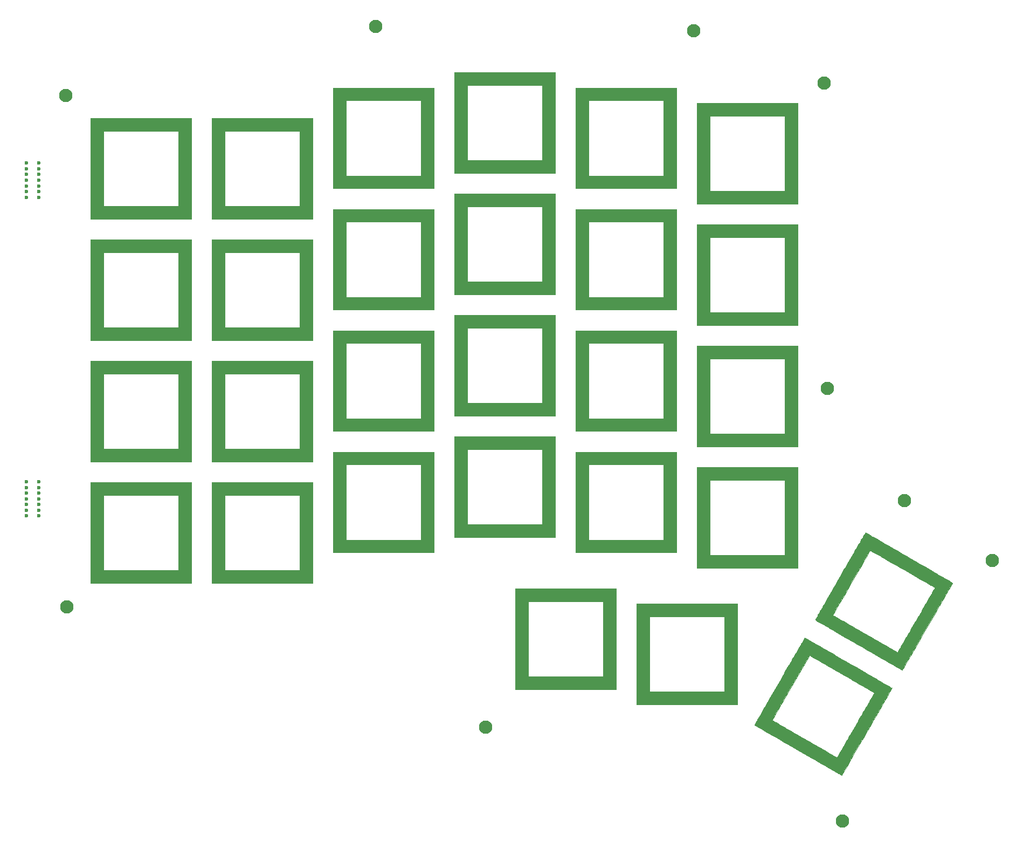
<source format=gts>
G04 #@! TF.GenerationSoftware,KiCad,Pcbnew,(5.1.10)-1*
G04 #@! TF.CreationDate,2021-05-12T20:45:37+09:00*
G04 #@! TF.ProjectId,iris-switch-plate-choc-svg2shenzhen,69726973-2d73-4776-9974-63682d706c61,rev?*
G04 #@! TF.SameCoordinates,Original*
G04 #@! TF.FileFunction,Soldermask,Top*
G04 #@! TF.FilePolarity,Negative*
%FSLAX46Y46*%
G04 Gerber Fmt 4.6, Leading zero omitted, Abs format (unit mm)*
G04 Created by KiCad (PCBNEW (5.1.10)-1) date 2021-05-12 20:45:37*
%MOMM*%
%LPD*%
G01*
G04 APERTURE LIST*
%ADD10C,0.010000*%
%ADD11C,0.600000*%
%ADD12C,2.099730*%
G04 APERTURE END LIST*
D10*
G36*
X179797255Y-125820582D02*
G01*
X179851525Y-125850144D01*
X179939333Y-125899120D01*
X180059129Y-125966616D01*
X180209360Y-126051737D01*
X180388476Y-126153590D01*
X180594925Y-126271279D01*
X180827157Y-126403912D01*
X181083620Y-126550592D01*
X181362762Y-126710426D01*
X181663033Y-126882519D01*
X181982881Y-127065978D01*
X182320755Y-127259908D01*
X182675104Y-127463414D01*
X183044377Y-127675602D01*
X183427022Y-127895578D01*
X183821488Y-128122447D01*
X184226224Y-128355316D01*
X184639679Y-128593289D01*
X185060301Y-128835473D01*
X185486540Y-129080972D01*
X185916843Y-129328894D01*
X186349660Y-129578343D01*
X186783440Y-129828425D01*
X187216631Y-130078245D01*
X187647682Y-130326910D01*
X188075042Y-130573526D01*
X188497160Y-130817196D01*
X188912484Y-131057028D01*
X189319464Y-131292127D01*
X189716547Y-131521599D01*
X190102183Y-131744549D01*
X190474820Y-131960083D01*
X190832908Y-132167307D01*
X191174895Y-132365326D01*
X191499229Y-132553246D01*
X191804360Y-132730173D01*
X192088737Y-132895212D01*
X192350808Y-133047468D01*
X192589021Y-133186049D01*
X192801826Y-133310058D01*
X192987672Y-133418603D01*
X193145007Y-133510788D01*
X193272280Y-133585719D01*
X193367939Y-133642503D01*
X193430434Y-133680243D01*
X193458214Y-133698047D01*
X193459505Y-133699189D01*
X193452145Y-133717809D01*
X193426233Y-133768262D01*
X193381625Y-133850797D01*
X193318180Y-133965662D01*
X193235756Y-134113105D01*
X193134212Y-134293374D01*
X193013405Y-134506717D01*
X192873194Y-134753383D01*
X192713436Y-135033618D01*
X192533990Y-135347672D01*
X192334714Y-135695793D01*
X192115466Y-136078228D01*
X191876103Y-136495225D01*
X191616484Y-136947034D01*
X191336468Y-137433901D01*
X191035912Y-137956075D01*
X190714673Y-138513804D01*
X190372612Y-139107337D01*
X190009584Y-139736920D01*
X189625449Y-140402803D01*
X189545593Y-140541195D01*
X189258227Y-141039145D01*
X188976183Y-141527792D01*
X188700201Y-142005855D01*
X188431020Y-142472056D01*
X188169382Y-142925114D01*
X187916024Y-143363751D01*
X187671689Y-143786687D01*
X187437115Y-144192643D01*
X187213043Y-144580338D01*
X187000213Y-144948495D01*
X186799364Y-145295833D01*
X186611236Y-145621073D01*
X186436571Y-145922936D01*
X186276106Y-146200142D01*
X186130583Y-146451412D01*
X186000742Y-146675466D01*
X185887322Y-146871025D01*
X185791063Y-147036810D01*
X185712706Y-147171541D01*
X185652990Y-147273938D01*
X185612655Y-147342723D01*
X185592442Y-147376616D01*
X185590172Y-147380102D01*
X185578183Y-147376681D01*
X185546136Y-147361480D01*
X185493289Y-147334075D01*
X185418900Y-147294040D01*
X185322227Y-147240952D01*
X185202526Y-147174386D01*
X185059058Y-147093917D01*
X184891078Y-146999122D01*
X184697846Y-146889575D01*
X184478619Y-146764852D01*
X184232654Y-146624529D01*
X183959210Y-146468181D01*
X183657545Y-146295384D01*
X183326917Y-146105714D01*
X182966583Y-145898745D01*
X182575801Y-145674054D01*
X182153829Y-145431216D01*
X181699925Y-145169806D01*
X181213348Y-144889401D01*
X180693354Y-144589575D01*
X180139201Y-144269904D01*
X179550149Y-143929964D01*
X178925453Y-143569331D01*
X178725171Y-143453685D01*
X178093790Y-143089052D01*
X177498327Y-142745054D01*
X176937998Y-142421233D01*
X176412015Y-142117132D01*
X175919594Y-141832291D01*
X175459949Y-141566254D01*
X175032294Y-141318562D01*
X174635844Y-141088757D01*
X174269814Y-140876381D01*
X173933417Y-140680976D01*
X173625868Y-140502084D01*
X173346381Y-140339247D01*
X173094171Y-140192006D01*
X172868453Y-140059904D01*
X172668439Y-139942483D01*
X172493346Y-139839285D01*
X172342388Y-139749851D01*
X172214778Y-139673724D01*
X172109732Y-139610446D01*
X172026463Y-139559558D01*
X171964186Y-139520602D01*
X171922115Y-139493121D01*
X171899466Y-139476656D01*
X171894776Y-139471166D01*
X171906137Y-139450550D01*
X171937764Y-139394857D01*
X171988761Y-139305643D01*
X172058228Y-139184464D01*
X172145268Y-139032876D01*
X172248982Y-138852434D01*
X172315702Y-138736439D01*
X174660656Y-138736439D01*
X174678190Y-138749198D01*
X174730637Y-138781987D01*
X174816200Y-138833767D01*
X174933081Y-138903501D01*
X175079482Y-138990148D01*
X175253605Y-139092672D01*
X175453653Y-139210034D01*
X175677826Y-139341196D01*
X175924328Y-139485120D01*
X176191361Y-139640767D01*
X176477126Y-139807098D01*
X176779825Y-139983077D01*
X177097660Y-140167664D01*
X177428834Y-140359821D01*
X177771549Y-140558510D01*
X178124007Y-140762692D01*
X178484409Y-140971330D01*
X178850957Y-141183385D01*
X179221855Y-141397819D01*
X179595303Y-141613594D01*
X179969504Y-141829670D01*
X180342660Y-142045011D01*
X180712973Y-142258577D01*
X181078645Y-142469331D01*
X181437878Y-142676234D01*
X181788874Y-142878248D01*
X182129835Y-143074335D01*
X182458963Y-143263456D01*
X182774460Y-143444573D01*
X183074529Y-143616647D01*
X183357371Y-143778642D01*
X183621189Y-143929518D01*
X183864183Y-144068236D01*
X184084558Y-144193760D01*
X184280513Y-144305050D01*
X184450253Y-144401068D01*
X184591977Y-144480776D01*
X184703890Y-144543135D01*
X184784192Y-144587108D01*
X184831086Y-144611657D01*
X184843309Y-144616658D01*
X184855211Y-144597104D01*
X184887412Y-144542364D01*
X184939055Y-144453920D01*
X185009281Y-144333254D01*
X185097233Y-144181848D01*
X185202054Y-144001183D01*
X185322886Y-143792741D01*
X185458871Y-143558004D01*
X185609152Y-143298455D01*
X185772871Y-143015574D01*
X185949171Y-142710844D01*
X186137195Y-142385746D01*
X186336084Y-142041763D01*
X186544980Y-141680375D01*
X186763028Y-141303066D01*
X186989368Y-140911316D01*
X187223144Y-140506608D01*
X187463497Y-140090423D01*
X187709571Y-139664244D01*
X187790811Y-139523523D01*
X188038382Y-139094626D01*
X188280361Y-138675315D01*
X188515898Y-138267068D01*
X188744144Y-137871360D01*
X188964248Y-137489670D01*
X189175360Y-137123473D01*
X189376631Y-136774245D01*
X189567210Y-136443463D01*
X189746247Y-136132604D01*
X189912893Y-135843144D01*
X190066297Y-135576560D01*
X190205609Y-135334328D01*
X190329980Y-135117925D01*
X190438559Y-134928827D01*
X190530497Y-134768510D01*
X190604943Y-134638452D01*
X190661048Y-134540128D01*
X190697961Y-134475016D01*
X190714833Y-134444592D01*
X190715856Y-134442414D01*
X190697319Y-134431529D01*
X190643612Y-134400341D01*
X190556227Y-134349711D01*
X190436655Y-134280502D01*
X190286389Y-134193575D01*
X190106921Y-134089792D01*
X189899742Y-133970016D01*
X189666345Y-133835109D01*
X189408221Y-133685932D01*
X189126863Y-133523349D01*
X188823762Y-133348220D01*
X188500410Y-133161409D01*
X188158300Y-132963778D01*
X187798923Y-132756187D01*
X187423771Y-132539501D01*
X187034336Y-132314580D01*
X186632110Y-132082287D01*
X186218585Y-131843483D01*
X185795253Y-131599032D01*
X185736417Y-131565059D01*
X185310403Y-131319066D01*
X184893252Y-131078184D01*
X184486500Y-130843301D01*
X184091683Y-130615304D01*
X183710339Y-130395081D01*
X183344003Y-130183520D01*
X182994214Y-129981507D01*
X182662507Y-129789932D01*
X182350419Y-129609680D01*
X182059487Y-129441641D01*
X181791247Y-129286700D01*
X181547237Y-129145747D01*
X181328993Y-129019669D01*
X181138052Y-128909352D01*
X180975950Y-128815686D01*
X180844225Y-128739557D01*
X180744412Y-128681852D01*
X180678049Y-128643461D01*
X180646672Y-128625269D01*
X180645617Y-128624654D01*
X180528984Y-128556445D01*
X177597617Y-133633619D01*
X177349844Y-134062823D01*
X177107593Y-134482573D01*
X176871719Y-134891385D01*
X176643075Y-135287775D01*
X176422515Y-135670259D01*
X176210895Y-136037353D01*
X176009068Y-136387573D01*
X175817888Y-136719433D01*
X175638210Y-137031452D01*
X175470887Y-137322143D01*
X175316775Y-137590023D01*
X175176727Y-137833607D01*
X175051597Y-138051412D01*
X174942240Y-138241954D01*
X174849511Y-138403748D01*
X174774262Y-138535309D01*
X174717349Y-138635155D01*
X174679625Y-138701800D01*
X174661946Y-138733761D01*
X174660656Y-138736439D01*
X172315702Y-138736439D01*
X172368474Y-138644696D01*
X172502846Y-138411215D01*
X172651198Y-138153548D01*
X172812634Y-137873252D01*
X172986256Y-137571881D01*
X173171165Y-137250991D01*
X173366465Y-136912139D01*
X173571256Y-136556880D01*
X173784641Y-136186769D01*
X174005723Y-135803364D01*
X174233602Y-135408218D01*
X174467383Y-135002889D01*
X174706166Y-134588933D01*
X174949053Y-134167904D01*
X175195148Y-133741359D01*
X175443551Y-133310853D01*
X175693366Y-132877942D01*
X175943693Y-132444183D01*
X176193636Y-132011131D01*
X176442297Y-131580341D01*
X176688777Y-131153370D01*
X176932178Y-130731773D01*
X177171604Y-130317106D01*
X177406155Y-129910925D01*
X177634935Y-129514786D01*
X177857044Y-129130245D01*
X178071586Y-128758857D01*
X178277663Y-128402178D01*
X178474375Y-128061763D01*
X178660827Y-127739170D01*
X178836119Y-127435953D01*
X178999355Y-127153669D01*
X179149635Y-126893872D01*
X179286063Y-126658120D01*
X179407739Y-126447967D01*
X179513767Y-126264970D01*
X179603249Y-126110684D01*
X179675286Y-125986666D01*
X179728982Y-125894470D01*
X179763437Y-125835654D01*
X179777754Y-125811771D01*
X179778074Y-125811329D01*
X179797255Y-125820582D01*
G37*
X179797255Y-125820582D02*
X179851525Y-125850144D01*
X179939333Y-125899120D01*
X180059129Y-125966616D01*
X180209360Y-126051737D01*
X180388476Y-126153590D01*
X180594925Y-126271279D01*
X180827157Y-126403912D01*
X181083620Y-126550592D01*
X181362762Y-126710426D01*
X181663033Y-126882519D01*
X181982881Y-127065978D01*
X182320755Y-127259908D01*
X182675104Y-127463414D01*
X183044377Y-127675602D01*
X183427022Y-127895578D01*
X183821488Y-128122447D01*
X184226224Y-128355316D01*
X184639679Y-128593289D01*
X185060301Y-128835473D01*
X185486540Y-129080972D01*
X185916843Y-129328894D01*
X186349660Y-129578343D01*
X186783440Y-129828425D01*
X187216631Y-130078245D01*
X187647682Y-130326910D01*
X188075042Y-130573526D01*
X188497160Y-130817196D01*
X188912484Y-131057028D01*
X189319464Y-131292127D01*
X189716547Y-131521599D01*
X190102183Y-131744549D01*
X190474820Y-131960083D01*
X190832908Y-132167307D01*
X191174895Y-132365326D01*
X191499229Y-132553246D01*
X191804360Y-132730173D01*
X192088737Y-132895212D01*
X192350808Y-133047468D01*
X192589021Y-133186049D01*
X192801826Y-133310058D01*
X192987672Y-133418603D01*
X193145007Y-133510788D01*
X193272280Y-133585719D01*
X193367939Y-133642503D01*
X193430434Y-133680243D01*
X193458214Y-133698047D01*
X193459505Y-133699189D01*
X193452145Y-133717809D01*
X193426233Y-133768262D01*
X193381625Y-133850797D01*
X193318180Y-133965662D01*
X193235756Y-134113105D01*
X193134212Y-134293374D01*
X193013405Y-134506717D01*
X192873194Y-134753383D01*
X192713436Y-135033618D01*
X192533990Y-135347672D01*
X192334714Y-135695793D01*
X192115466Y-136078228D01*
X191876103Y-136495225D01*
X191616484Y-136947034D01*
X191336468Y-137433901D01*
X191035912Y-137956075D01*
X190714673Y-138513804D01*
X190372612Y-139107337D01*
X190009584Y-139736920D01*
X189625449Y-140402803D01*
X189545593Y-140541195D01*
X189258227Y-141039145D01*
X188976183Y-141527792D01*
X188700201Y-142005855D01*
X188431020Y-142472056D01*
X188169382Y-142925114D01*
X187916024Y-143363751D01*
X187671689Y-143786687D01*
X187437115Y-144192643D01*
X187213043Y-144580338D01*
X187000213Y-144948495D01*
X186799364Y-145295833D01*
X186611236Y-145621073D01*
X186436571Y-145922936D01*
X186276106Y-146200142D01*
X186130583Y-146451412D01*
X186000742Y-146675466D01*
X185887322Y-146871025D01*
X185791063Y-147036810D01*
X185712706Y-147171541D01*
X185652990Y-147273938D01*
X185612655Y-147342723D01*
X185592442Y-147376616D01*
X185590172Y-147380102D01*
X185578183Y-147376681D01*
X185546136Y-147361480D01*
X185493289Y-147334075D01*
X185418900Y-147294040D01*
X185322227Y-147240952D01*
X185202526Y-147174386D01*
X185059058Y-147093917D01*
X184891078Y-146999122D01*
X184697846Y-146889575D01*
X184478619Y-146764852D01*
X184232654Y-146624529D01*
X183959210Y-146468181D01*
X183657545Y-146295384D01*
X183326917Y-146105714D01*
X182966583Y-145898745D01*
X182575801Y-145674054D01*
X182153829Y-145431216D01*
X181699925Y-145169806D01*
X181213348Y-144889401D01*
X180693354Y-144589575D01*
X180139201Y-144269904D01*
X179550149Y-143929964D01*
X178925453Y-143569331D01*
X178725171Y-143453685D01*
X178093790Y-143089052D01*
X177498327Y-142745054D01*
X176937998Y-142421233D01*
X176412015Y-142117132D01*
X175919594Y-141832291D01*
X175459949Y-141566254D01*
X175032294Y-141318562D01*
X174635844Y-141088757D01*
X174269814Y-140876381D01*
X173933417Y-140680976D01*
X173625868Y-140502084D01*
X173346381Y-140339247D01*
X173094171Y-140192006D01*
X172868453Y-140059904D01*
X172668439Y-139942483D01*
X172493346Y-139839285D01*
X172342388Y-139749851D01*
X172214778Y-139673724D01*
X172109732Y-139610446D01*
X172026463Y-139559558D01*
X171964186Y-139520602D01*
X171922115Y-139493121D01*
X171899466Y-139476656D01*
X171894776Y-139471166D01*
X171906137Y-139450550D01*
X171937764Y-139394857D01*
X171988761Y-139305643D01*
X172058228Y-139184464D01*
X172145268Y-139032876D01*
X172248982Y-138852434D01*
X172315702Y-138736439D01*
X174660656Y-138736439D01*
X174678190Y-138749198D01*
X174730637Y-138781987D01*
X174816200Y-138833767D01*
X174933081Y-138903501D01*
X175079482Y-138990148D01*
X175253605Y-139092672D01*
X175453653Y-139210034D01*
X175677826Y-139341196D01*
X175924328Y-139485120D01*
X176191361Y-139640767D01*
X176477126Y-139807098D01*
X176779825Y-139983077D01*
X177097660Y-140167664D01*
X177428834Y-140359821D01*
X177771549Y-140558510D01*
X178124007Y-140762692D01*
X178484409Y-140971330D01*
X178850957Y-141183385D01*
X179221855Y-141397819D01*
X179595303Y-141613594D01*
X179969504Y-141829670D01*
X180342660Y-142045011D01*
X180712973Y-142258577D01*
X181078645Y-142469331D01*
X181437878Y-142676234D01*
X181788874Y-142878248D01*
X182129835Y-143074335D01*
X182458963Y-143263456D01*
X182774460Y-143444573D01*
X183074529Y-143616647D01*
X183357371Y-143778642D01*
X183621189Y-143929518D01*
X183864183Y-144068236D01*
X184084558Y-144193760D01*
X184280513Y-144305050D01*
X184450253Y-144401068D01*
X184591977Y-144480776D01*
X184703890Y-144543135D01*
X184784192Y-144587108D01*
X184831086Y-144611657D01*
X184843309Y-144616658D01*
X184855211Y-144597104D01*
X184887412Y-144542364D01*
X184939055Y-144453920D01*
X185009281Y-144333254D01*
X185097233Y-144181848D01*
X185202054Y-144001183D01*
X185322886Y-143792741D01*
X185458871Y-143558004D01*
X185609152Y-143298455D01*
X185772871Y-143015574D01*
X185949171Y-142710844D01*
X186137195Y-142385746D01*
X186336084Y-142041763D01*
X186544980Y-141680375D01*
X186763028Y-141303066D01*
X186989368Y-140911316D01*
X187223144Y-140506608D01*
X187463497Y-140090423D01*
X187709571Y-139664244D01*
X187790811Y-139523523D01*
X188038382Y-139094626D01*
X188280361Y-138675315D01*
X188515898Y-138267068D01*
X188744144Y-137871360D01*
X188964248Y-137489670D01*
X189175360Y-137123473D01*
X189376631Y-136774245D01*
X189567210Y-136443463D01*
X189746247Y-136132604D01*
X189912893Y-135843144D01*
X190066297Y-135576560D01*
X190205609Y-135334328D01*
X190329980Y-135117925D01*
X190438559Y-134928827D01*
X190530497Y-134768510D01*
X190604943Y-134638452D01*
X190661048Y-134540128D01*
X190697961Y-134475016D01*
X190714833Y-134444592D01*
X190715856Y-134442414D01*
X190697319Y-134431529D01*
X190643612Y-134400341D01*
X190556227Y-134349711D01*
X190436655Y-134280502D01*
X190286389Y-134193575D01*
X190106921Y-134089792D01*
X189899742Y-133970016D01*
X189666345Y-133835109D01*
X189408221Y-133685932D01*
X189126863Y-133523349D01*
X188823762Y-133348220D01*
X188500410Y-133161409D01*
X188158300Y-132963778D01*
X187798923Y-132756187D01*
X187423771Y-132539501D01*
X187034336Y-132314580D01*
X186632110Y-132082287D01*
X186218585Y-131843483D01*
X185795253Y-131599032D01*
X185736417Y-131565059D01*
X185310403Y-131319066D01*
X184893252Y-131078184D01*
X184486500Y-130843301D01*
X184091683Y-130615304D01*
X183710339Y-130395081D01*
X183344003Y-130183520D01*
X182994214Y-129981507D01*
X182662507Y-129789932D01*
X182350419Y-129609680D01*
X182059487Y-129441641D01*
X181791247Y-129286700D01*
X181547237Y-129145747D01*
X181328993Y-129019669D01*
X181138052Y-128909352D01*
X180975950Y-128815686D01*
X180844225Y-128739557D01*
X180744412Y-128681852D01*
X180678049Y-128643461D01*
X180646672Y-128625269D01*
X180645617Y-128624654D01*
X180528984Y-128556445D01*
X177597617Y-133633619D01*
X177349844Y-134062823D01*
X177107593Y-134482573D01*
X176871719Y-134891385D01*
X176643075Y-135287775D01*
X176422515Y-135670259D01*
X176210895Y-136037353D01*
X176009068Y-136387573D01*
X175817888Y-136719433D01*
X175638210Y-137031452D01*
X175470887Y-137322143D01*
X175316775Y-137590023D01*
X175176727Y-137833607D01*
X175051597Y-138051412D01*
X174942240Y-138241954D01*
X174849511Y-138403748D01*
X174774262Y-138535309D01*
X174717349Y-138635155D01*
X174679625Y-138701800D01*
X174661946Y-138733761D01*
X174660656Y-138736439D01*
X172315702Y-138736439D01*
X172368474Y-138644696D01*
X172502846Y-138411215D01*
X172651198Y-138153548D01*
X172812634Y-137873252D01*
X172986256Y-137571881D01*
X173171165Y-137250991D01*
X173366465Y-136912139D01*
X173571256Y-136556880D01*
X173784641Y-136186769D01*
X174005723Y-135803364D01*
X174233602Y-135408218D01*
X174467383Y-135002889D01*
X174706166Y-134588933D01*
X174949053Y-134167904D01*
X175195148Y-133741359D01*
X175443551Y-133310853D01*
X175693366Y-132877942D01*
X175943693Y-132444183D01*
X176193636Y-132011131D01*
X176442297Y-131580341D01*
X176688777Y-131153370D01*
X176932178Y-130731773D01*
X177171604Y-130317106D01*
X177406155Y-129910925D01*
X177634935Y-129514786D01*
X177857044Y-129130245D01*
X178071586Y-128758857D01*
X178277663Y-128402178D01*
X178474375Y-128061763D01*
X178660827Y-127739170D01*
X178836119Y-127435953D01*
X178999355Y-127153669D01*
X179149635Y-126893872D01*
X179286063Y-126658120D01*
X179407739Y-126447967D01*
X179513767Y-126264970D01*
X179603249Y-126110684D01*
X179675286Y-125986666D01*
X179728982Y-125894470D01*
X179763437Y-125835654D01*
X179777754Y-125811771D01*
X179778074Y-125811329D01*
X179797255Y-125820582D01*
G36*
X169173500Y-136296166D02*
G01*
X153362000Y-136296166D01*
X153362000Y-122495500D01*
X155372834Y-122495500D01*
X155372834Y-134264166D01*
X167162667Y-134264166D01*
X167162667Y-122495500D01*
X155372834Y-122495500D01*
X153362000Y-122495500D01*
X153362000Y-120463500D01*
X169173500Y-120463500D01*
X169173500Y-136296166D01*
G37*
X169173500Y-136296166D02*
X153362000Y-136296166D01*
X153362000Y-122495500D01*
X155372834Y-122495500D01*
X155372834Y-134264166D01*
X167162667Y-134264166D01*
X167162667Y-122495500D01*
X155372834Y-122495500D01*
X153362000Y-122495500D01*
X153362000Y-120463500D01*
X169173500Y-120463500D01*
X169173500Y-136296166D01*
G36*
X150123500Y-133904333D02*
G01*
X134312000Y-133904333D01*
X134312000Y-120103666D01*
X136344000Y-120103666D01*
X136344000Y-131872333D01*
X148112667Y-131872333D01*
X148112667Y-120103666D01*
X136344000Y-120103666D01*
X134312000Y-120103666D01*
X134312000Y-118071666D01*
X150123500Y-118071666D01*
X150123500Y-133904333D01*
G37*
X150123500Y-133904333D02*
X134312000Y-133904333D01*
X134312000Y-120103666D01*
X136344000Y-120103666D01*
X136344000Y-131872333D01*
X148112667Y-131872333D01*
X148112667Y-120103666D01*
X136344000Y-120103666D01*
X134312000Y-120103666D01*
X134312000Y-118071666D01*
X150123500Y-118071666D01*
X150123500Y-133904333D01*
G36*
X189335301Y-109325409D02*
G01*
X189390559Y-109355655D01*
X189479912Y-109405624D01*
X189602085Y-109474582D01*
X189755800Y-109561797D01*
X189939781Y-109666535D01*
X190152751Y-109788064D01*
X190393433Y-109925651D01*
X190660551Y-110078563D01*
X190952827Y-110246067D01*
X191268986Y-110427431D01*
X191607750Y-110621922D01*
X191967842Y-110828806D01*
X192347987Y-111047351D01*
X192746906Y-111276825D01*
X193163324Y-111516493D01*
X193595964Y-111765624D01*
X194043548Y-112023485D01*
X194504800Y-112289342D01*
X194978444Y-112562464D01*
X195463203Y-112842116D01*
X195957799Y-113127567D01*
X196169546Y-113249812D01*
X196783915Y-113604566D01*
X197362539Y-113938761D01*
X197906364Y-114252952D01*
X198416340Y-114547689D01*
X198893414Y-114823528D01*
X199338534Y-115081020D01*
X199752647Y-115320719D01*
X200136702Y-115543178D01*
X200491645Y-115748950D01*
X200818426Y-115938588D01*
X201117992Y-116112646D01*
X201391291Y-116271675D01*
X201639270Y-116416231D01*
X201862878Y-116546864D01*
X202063062Y-116664129D01*
X202240771Y-116768579D01*
X202396951Y-116860766D01*
X202532551Y-116941245D01*
X202648519Y-117010567D01*
X202745802Y-117069286D01*
X202825348Y-117117955D01*
X202888106Y-117157128D01*
X202935023Y-117187356D01*
X202967046Y-117209194D01*
X202985125Y-117223195D01*
X202990225Y-117229846D01*
X202978693Y-117252162D01*
X202946910Y-117309418D01*
X202895771Y-117400065D01*
X202826174Y-117522550D01*
X202739015Y-117675322D01*
X202635190Y-117856831D01*
X202515596Y-118065524D01*
X202381129Y-118299851D01*
X202232686Y-118558261D01*
X202071163Y-118839201D01*
X201897457Y-119141122D01*
X201712464Y-119462470D01*
X201517080Y-119801696D01*
X201312203Y-120157248D01*
X201098728Y-120527575D01*
X200877552Y-120911125D01*
X200649572Y-121306347D01*
X200415684Y-121711691D01*
X200176784Y-122125604D01*
X199933770Y-122546535D01*
X199687536Y-122972933D01*
X199438981Y-123403248D01*
X199189000Y-123835927D01*
X198938490Y-124269419D01*
X198688347Y-124702173D01*
X198439469Y-125132638D01*
X198192750Y-125559263D01*
X197949088Y-125980496D01*
X197709380Y-126394786D01*
X197474521Y-126800582D01*
X197245408Y-127196332D01*
X197022938Y-127580486D01*
X196808007Y-127951491D01*
X196601512Y-128307797D01*
X196404349Y-128647853D01*
X196217414Y-128970106D01*
X196041605Y-129273007D01*
X195877817Y-129555003D01*
X195726947Y-129814544D01*
X195589891Y-130050077D01*
X195467547Y-130260053D01*
X195360810Y-130442919D01*
X195270577Y-130597124D01*
X195197744Y-130721117D01*
X195143208Y-130813348D01*
X195107865Y-130872263D01*
X195092612Y-130896313D01*
X195092084Y-130896823D01*
X195072409Y-130886280D01*
X195017365Y-130855288D01*
X194928231Y-130804584D01*
X194806287Y-130734906D01*
X194652814Y-130646991D01*
X194469092Y-130541577D01*
X194256400Y-130419400D01*
X194016019Y-130281199D01*
X193749229Y-130127710D01*
X193457311Y-129959672D01*
X193141544Y-129777822D01*
X192803208Y-129582897D01*
X192443585Y-129375635D01*
X192063953Y-129156773D01*
X191665594Y-128927048D01*
X191249786Y-128687198D01*
X190817811Y-128437961D01*
X190370949Y-128180073D01*
X189910479Y-127914273D01*
X189437682Y-127641298D01*
X188953839Y-127361885D01*
X188460228Y-127076772D01*
X188284285Y-126975131D01*
X187787198Y-126687947D01*
X187299299Y-126406050D01*
X186821874Y-126130183D01*
X186356211Y-125861091D01*
X185903598Y-125599518D01*
X185465321Y-125346209D01*
X185042667Y-125101909D01*
X184636925Y-124867361D01*
X184249381Y-124643311D01*
X183881323Y-124430503D01*
X183534037Y-124229680D01*
X183208812Y-124041588D01*
X182906935Y-123866972D01*
X182629692Y-123706575D01*
X182378371Y-123561142D01*
X182154260Y-123431417D01*
X181958645Y-123318146D01*
X181792815Y-123222072D01*
X181658056Y-123143940D01*
X181555655Y-123084494D01*
X181486901Y-123044479D01*
X181453079Y-123024639D01*
X181449766Y-123022622D01*
X181445726Y-123019632D01*
X181442614Y-123015630D01*
X181441056Y-123009517D01*
X181441676Y-123000189D01*
X181445101Y-122986547D01*
X181451954Y-122967488D01*
X181462863Y-122941911D01*
X181478451Y-122908715D01*
X181499344Y-122866798D01*
X181526167Y-122815058D01*
X181559546Y-122752395D01*
X181600105Y-122677706D01*
X181648471Y-122589891D01*
X181705268Y-122487847D01*
X181771121Y-122370474D01*
X181829907Y-122266338D01*
X184189853Y-122266338D01*
X184219267Y-122283924D01*
X184283019Y-122321276D01*
X184379308Y-122377356D01*
X184506331Y-122451125D01*
X184662287Y-122541544D01*
X184845374Y-122647575D01*
X185053790Y-122768177D01*
X185285733Y-122902312D01*
X185539402Y-123048942D01*
X185812993Y-123207027D01*
X186104707Y-123375529D01*
X186412740Y-123553408D01*
X186735291Y-123739626D01*
X187070558Y-123933144D01*
X187416738Y-124132923D01*
X187772031Y-124337924D01*
X188134635Y-124547108D01*
X188502746Y-124759436D01*
X188874565Y-124973869D01*
X189248287Y-125189368D01*
X189622113Y-125404895D01*
X189994240Y-125619411D01*
X190362865Y-125831876D01*
X190726188Y-126041252D01*
X191082406Y-126246500D01*
X191429718Y-126446581D01*
X191766321Y-126640455D01*
X192090414Y-126827085D01*
X192400194Y-127005431D01*
X192693861Y-127174454D01*
X192969611Y-127333116D01*
X193225644Y-127480377D01*
X193460157Y-127615199D01*
X193671348Y-127736542D01*
X193857416Y-127843369D01*
X194016559Y-127934639D01*
X194146974Y-128009314D01*
X194246861Y-128066355D01*
X194314416Y-128104723D01*
X194347839Y-128123379D01*
X194351250Y-128125090D01*
X194363482Y-128107018D01*
X194395994Y-128053742D01*
X194447926Y-127966739D01*
X194518422Y-127847483D01*
X194606624Y-127697451D01*
X194711673Y-127518118D01*
X194832712Y-127310959D01*
X194968883Y-127077451D01*
X195119328Y-126819068D01*
X195283189Y-126537286D01*
X195459608Y-126233581D01*
X195647728Y-125909428D01*
X195846690Y-125566303D01*
X196055636Y-125205682D01*
X196273709Y-124829039D01*
X196500051Y-124437851D01*
X196733803Y-124033592D01*
X196974109Y-123617740D01*
X197220109Y-123191768D01*
X197303050Y-123048091D01*
X197550691Y-122618985D01*
X197792762Y-122199386D01*
X198028413Y-121790775D01*
X198256791Y-121394632D01*
X198477045Y-121012438D01*
X198688324Y-120645675D01*
X198889776Y-120295823D01*
X199080550Y-119964364D01*
X199259794Y-119652779D01*
X199426658Y-119362548D01*
X199580289Y-119095153D01*
X199719836Y-118852075D01*
X199844448Y-118634795D01*
X199953274Y-118444794D01*
X200045461Y-118283553D01*
X200120159Y-118152552D01*
X200176516Y-118053274D01*
X200213681Y-117987199D01*
X200230802Y-117955808D01*
X200231908Y-117953311D01*
X200213666Y-117941385D01*
X200160227Y-117909165D01*
X200073065Y-117857509D01*
X199953655Y-117787272D01*
X199803470Y-117699311D01*
X199623987Y-117594482D01*
X199416678Y-117473641D01*
X199183018Y-117337644D01*
X198924483Y-117187348D01*
X198642545Y-117023608D01*
X198338681Y-116847282D01*
X198014364Y-116659224D01*
X197671069Y-116460292D01*
X197310270Y-116251341D01*
X196933442Y-116033228D01*
X196542060Y-115806808D01*
X196137597Y-115572939D01*
X195721528Y-115332476D01*
X195295328Y-115086276D01*
X195142980Y-114998298D01*
X194577866Y-114672076D01*
X194048790Y-114366854D01*
X193555210Y-114082321D01*
X193096587Y-113818170D01*
X192672378Y-113574091D01*
X192282041Y-113349775D01*
X191925037Y-113144914D01*
X191600822Y-112959199D01*
X191308855Y-112792320D01*
X191048596Y-112643969D01*
X190819503Y-112513836D01*
X190621034Y-112401614D01*
X190452648Y-112306994D01*
X190313803Y-112229665D01*
X190203959Y-112169320D01*
X190122573Y-112125649D01*
X190069105Y-112098344D01*
X190043012Y-112087096D01*
X190040113Y-112087034D01*
X190028326Y-112107354D01*
X189996221Y-112162846D01*
X189944659Y-112252023D01*
X189874496Y-112373400D01*
X189786591Y-112525491D01*
X189681803Y-112706811D01*
X189560991Y-112915873D01*
X189425012Y-113151193D01*
X189274724Y-113411284D01*
X189110988Y-113694662D01*
X188934659Y-113999839D01*
X188746598Y-114325331D01*
X188547663Y-114669653D01*
X188338712Y-115031317D01*
X188120603Y-115408840D01*
X187894194Y-115800734D01*
X187660345Y-116205515D01*
X187419914Y-116621697D01*
X187173759Y-117047794D01*
X187095844Y-117182666D01*
X186803072Y-117689654D01*
X186523081Y-118174895D01*
X186256372Y-118637511D01*
X186003446Y-119076627D01*
X185764802Y-119491368D01*
X185540942Y-119880858D01*
X185332366Y-120244220D01*
X185139575Y-120580581D01*
X184963070Y-120889062D01*
X184803350Y-121168789D01*
X184660917Y-121418887D01*
X184536271Y-121638478D01*
X184429913Y-121826689D01*
X184342344Y-121982642D01*
X184274063Y-122105462D01*
X184225573Y-122194273D01*
X184197372Y-122248200D01*
X184189853Y-122266338D01*
X181829907Y-122266338D01*
X181846656Y-122236670D01*
X181932498Y-122085334D01*
X182029273Y-121915363D01*
X182137605Y-121725657D01*
X182258119Y-121515114D01*
X182391442Y-121282633D01*
X182538197Y-121027112D01*
X182699011Y-120747450D01*
X182874509Y-120442545D01*
X183065316Y-120111297D01*
X183272057Y-119752602D01*
X183495358Y-119365361D01*
X183735843Y-118948471D01*
X183994138Y-118500831D01*
X184270868Y-118021340D01*
X184566659Y-117508896D01*
X184882136Y-116962398D01*
X185217923Y-116380744D01*
X185346605Y-116157844D01*
X185634426Y-115659370D01*
X185916932Y-115170273D01*
X186193383Y-114691826D01*
X186463040Y-114225303D01*
X186725165Y-113771979D01*
X186979019Y-113333126D01*
X187223861Y-112910019D01*
X187458955Y-112503932D01*
X187683559Y-112116138D01*
X187896937Y-111747913D01*
X188098348Y-111400529D01*
X188287054Y-111075262D01*
X188462316Y-110773383D01*
X188623394Y-110496169D01*
X188769550Y-110244892D01*
X188900046Y-110020827D01*
X189014141Y-109825247D01*
X189111097Y-109659427D01*
X189190175Y-109524640D01*
X189250636Y-109422160D01*
X189291741Y-109353262D01*
X189312751Y-109319219D01*
X189315417Y-109315617D01*
X189335301Y-109325409D01*
G37*
X189335301Y-109325409D02*
X189390559Y-109355655D01*
X189479912Y-109405624D01*
X189602085Y-109474582D01*
X189755800Y-109561797D01*
X189939781Y-109666535D01*
X190152751Y-109788064D01*
X190393433Y-109925651D01*
X190660551Y-110078563D01*
X190952827Y-110246067D01*
X191268986Y-110427431D01*
X191607750Y-110621922D01*
X191967842Y-110828806D01*
X192347987Y-111047351D01*
X192746906Y-111276825D01*
X193163324Y-111516493D01*
X193595964Y-111765624D01*
X194043548Y-112023485D01*
X194504800Y-112289342D01*
X194978444Y-112562464D01*
X195463203Y-112842116D01*
X195957799Y-113127567D01*
X196169546Y-113249812D01*
X196783915Y-113604566D01*
X197362539Y-113938761D01*
X197906364Y-114252952D01*
X198416340Y-114547689D01*
X198893414Y-114823528D01*
X199338534Y-115081020D01*
X199752647Y-115320719D01*
X200136702Y-115543178D01*
X200491645Y-115748950D01*
X200818426Y-115938588D01*
X201117992Y-116112646D01*
X201391291Y-116271675D01*
X201639270Y-116416231D01*
X201862878Y-116546864D01*
X202063062Y-116664129D01*
X202240771Y-116768579D01*
X202396951Y-116860766D01*
X202532551Y-116941245D01*
X202648519Y-117010567D01*
X202745802Y-117069286D01*
X202825348Y-117117955D01*
X202888106Y-117157128D01*
X202935023Y-117187356D01*
X202967046Y-117209194D01*
X202985125Y-117223195D01*
X202990225Y-117229846D01*
X202978693Y-117252162D01*
X202946910Y-117309418D01*
X202895771Y-117400065D01*
X202826174Y-117522550D01*
X202739015Y-117675322D01*
X202635190Y-117856831D01*
X202515596Y-118065524D01*
X202381129Y-118299851D01*
X202232686Y-118558261D01*
X202071163Y-118839201D01*
X201897457Y-119141122D01*
X201712464Y-119462470D01*
X201517080Y-119801696D01*
X201312203Y-120157248D01*
X201098728Y-120527575D01*
X200877552Y-120911125D01*
X200649572Y-121306347D01*
X200415684Y-121711691D01*
X200176784Y-122125604D01*
X199933770Y-122546535D01*
X199687536Y-122972933D01*
X199438981Y-123403248D01*
X199189000Y-123835927D01*
X198938490Y-124269419D01*
X198688347Y-124702173D01*
X198439469Y-125132638D01*
X198192750Y-125559263D01*
X197949088Y-125980496D01*
X197709380Y-126394786D01*
X197474521Y-126800582D01*
X197245408Y-127196332D01*
X197022938Y-127580486D01*
X196808007Y-127951491D01*
X196601512Y-128307797D01*
X196404349Y-128647853D01*
X196217414Y-128970106D01*
X196041605Y-129273007D01*
X195877817Y-129555003D01*
X195726947Y-129814544D01*
X195589891Y-130050077D01*
X195467547Y-130260053D01*
X195360810Y-130442919D01*
X195270577Y-130597124D01*
X195197744Y-130721117D01*
X195143208Y-130813348D01*
X195107865Y-130872263D01*
X195092612Y-130896313D01*
X195092084Y-130896823D01*
X195072409Y-130886280D01*
X195017365Y-130855288D01*
X194928231Y-130804584D01*
X194806287Y-130734906D01*
X194652814Y-130646991D01*
X194469092Y-130541577D01*
X194256400Y-130419400D01*
X194016019Y-130281199D01*
X193749229Y-130127710D01*
X193457311Y-129959672D01*
X193141544Y-129777822D01*
X192803208Y-129582897D01*
X192443585Y-129375635D01*
X192063953Y-129156773D01*
X191665594Y-128927048D01*
X191249786Y-128687198D01*
X190817811Y-128437961D01*
X190370949Y-128180073D01*
X189910479Y-127914273D01*
X189437682Y-127641298D01*
X188953839Y-127361885D01*
X188460228Y-127076772D01*
X188284285Y-126975131D01*
X187787198Y-126687947D01*
X187299299Y-126406050D01*
X186821874Y-126130183D01*
X186356211Y-125861091D01*
X185903598Y-125599518D01*
X185465321Y-125346209D01*
X185042667Y-125101909D01*
X184636925Y-124867361D01*
X184249381Y-124643311D01*
X183881323Y-124430503D01*
X183534037Y-124229680D01*
X183208812Y-124041588D01*
X182906935Y-123866972D01*
X182629692Y-123706575D01*
X182378371Y-123561142D01*
X182154260Y-123431417D01*
X181958645Y-123318146D01*
X181792815Y-123222072D01*
X181658056Y-123143940D01*
X181555655Y-123084494D01*
X181486901Y-123044479D01*
X181453079Y-123024639D01*
X181449766Y-123022622D01*
X181445726Y-123019632D01*
X181442614Y-123015630D01*
X181441056Y-123009517D01*
X181441676Y-123000189D01*
X181445101Y-122986547D01*
X181451954Y-122967488D01*
X181462863Y-122941911D01*
X181478451Y-122908715D01*
X181499344Y-122866798D01*
X181526167Y-122815058D01*
X181559546Y-122752395D01*
X181600105Y-122677706D01*
X181648471Y-122589891D01*
X181705268Y-122487847D01*
X181771121Y-122370474D01*
X181829907Y-122266338D01*
X184189853Y-122266338D01*
X184219267Y-122283924D01*
X184283019Y-122321276D01*
X184379308Y-122377356D01*
X184506331Y-122451125D01*
X184662287Y-122541544D01*
X184845374Y-122647575D01*
X185053790Y-122768177D01*
X185285733Y-122902312D01*
X185539402Y-123048942D01*
X185812993Y-123207027D01*
X186104707Y-123375529D01*
X186412740Y-123553408D01*
X186735291Y-123739626D01*
X187070558Y-123933144D01*
X187416738Y-124132923D01*
X187772031Y-124337924D01*
X188134635Y-124547108D01*
X188502746Y-124759436D01*
X188874565Y-124973869D01*
X189248287Y-125189368D01*
X189622113Y-125404895D01*
X189994240Y-125619411D01*
X190362865Y-125831876D01*
X190726188Y-126041252D01*
X191082406Y-126246500D01*
X191429718Y-126446581D01*
X191766321Y-126640455D01*
X192090414Y-126827085D01*
X192400194Y-127005431D01*
X192693861Y-127174454D01*
X192969611Y-127333116D01*
X193225644Y-127480377D01*
X193460157Y-127615199D01*
X193671348Y-127736542D01*
X193857416Y-127843369D01*
X194016559Y-127934639D01*
X194146974Y-128009314D01*
X194246861Y-128066355D01*
X194314416Y-128104723D01*
X194347839Y-128123379D01*
X194351250Y-128125090D01*
X194363482Y-128107018D01*
X194395994Y-128053742D01*
X194447926Y-127966739D01*
X194518422Y-127847483D01*
X194606624Y-127697451D01*
X194711673Y-127518118D01*
X194832712Y-127310959D01*
X194968883Y-127077451D01*
X195119328Y-126819068D01*
X195283189Y-126537286D01*
X195459608Y-126233581D01*
X195647728Y-125909428D01*
X195846690Y-125566303D01*
X196055636Y-125205682D01*
X196273709Y-124829039D01*
X196500051Y-124437851D01*
X196733803Y-124033592D01*
X196974109Y-123617740D01*
X197220109Y-123191768D01*
X197303050Y-123048091D01*
X197550691Y-122618985D01*
X197792762Y-122199386D01*
X198028413Y-121790775D01*
X198256791Y-121394632D01*
X198477045Y-121012438D01*
X198688324Y-120645675D01*
X198889776Y-120295823D01*
X199080550Y-119964364D01*
X199259794Y-119652779D01*
X199426658Y-119362548D01*
X199580289Y-119095153D01*
X199719836Y-118852075D01*
X199844448Y-118634795D01*
X199953274Y-118444794D01*
X200045461Y-118283553D01*
X200120159Y-118152552D01*
X200176516Y-118053274D01*
X200213681Y-117987199D01*
X200230802Y-117955808D01*
X200231908Y-117953311D01*
X200213666Y-117941385D01*
X200160227Y-117909165D01*
X200073065Y-117857509D01*
X199953655Y-117787272D01*
X199803470Y-117699311D01*
X199623987Y-117594482D01*
X199416678Y-117473641D01*
X199183018Y-117337644D01*
X198924483Y-117187348D01*
X198642545Y-117023608D01*
X198338681Y-116847282D01*
X198014364Y-116659224D01*
X197671069Y-116460292D01*
X197310270Y-116251341D01*
X196933442Y-116033228D01*
X196542060Y-115806808D01*
X196137597Y-115572939D01*
X195721528Y-115332476D01*
X195295328Y-115086276D01*
X195142980Y-114998298D01*
X194577866Y-114672076D01*
X194048790Y-114366854D01*
X193555210Y-114082321D01*
X193096587Y-113818170D01*
X192672378Y-113574091D01*
X192282041Y-113349775D01*
X191925037Y-113144914D01*
X191600822Y-112959199D01*
X191308855Y-112792320D01*
X191048596Y-112643969D01*
X190819503Y-112513836D01*
X190621034Y-112401614D01*
X190452648Y-112306994D01*
X190313803Y-112229665D01*
X190203959Y-112169320D01*
X190122573Y-112125649D01*
X190069105Y-112098344D01*
X190043012Y-112087096D01*
X190040113Y-112087034D01*
X190028326Y-112107354D01*
X189996221Y-112162846D01*
X189944659Y-112252023D01*
X189874496Y-112373400D01*
X189786591Y-112525491D01*
X189681803Y-112706811D01*
X189560991Y-112915873D01*
X189425012Y-113151193D01*
X189274724Y-113411284D01*
X189110988Y-113694662D01*
X188934659Y-113999839D01*
X188746598Y-114325331D01*
X188547663Y-114669653D01*
X188338712Y-115031317D01*
X188120603Y-115408840D01*
X187894194Y-115800734D01*
X187660345Y-116205515D01*
X187419914Y-116621697D01*
X187173759Y-117047794D01*
X187095844Y-117182666D01*
X186803072Y-117689654D01*
X186523081Y-118174895D01*
X186256372Y-118637511D01*
X186003446Y-119076627D01*
X185764802Y-119491368D01*
X185540942Y-119880858D01*
X185332366Y-120244220D01*
X185139575Y-120580581D01*
X184963070Y-120889062D01*
X184803350Y-121168789D01*
X184660917Y-121418887D01*
X184536271Y-121638478D01*
X184429913Y-121826689D01*
X184342344Y-121982642D01*
X184274063Y-122105462D01*
X184225573Y-122194273D01*
X184197372Y-122248200D01*
X184189853Y-122266338D01*
X181829907Y-122266338D01*
X181846656Y-122236670D01*
X181932498Y-122085334D01*
X182029273Y-121915363D01*
X182137605Y-121725657D01*
X182258119Y-121515114D01*
X182391442Y-121282633D01*
X182538197Y-121027112D01*
X182699011Y-120747450D01*
X182874509Y-120442545D01*
X183065316Y-120111297D01*
X183272057Y-119752602D01*
X183495358Y-119365361D01*
X183735843Y-118948471D01*
X183994138Y-118500831D01*
X184270868Y-118021340D01*
X184566659Y-117508896D01*
X184882136Y-116962398D01*
X185217923Y-116380744D01*
X185346605Y-116157844D01*
X185634426Y-115659370D01*
X185916932Y-115170273D01*
X186193383Y-114691826D01*
X186463040Y-114225303D01*
X186725165Y-113771979D01*
X186979019Y-113333126D01*
X187223861Y-112910019D01*
X187458955Y-112503932D01*
X187683559Y-112116138D01*
X187896937Y-111747913D01*
X188098348Y-111400529D01*
X188287054Y-111075262D01*
X188462316Y-110773383D01*
X188623394Y-110496169D01*
X188769550Y-110244892D01*
X188900046Y-110020827D01*
X189014141Y-109825247D01*
X189111097Y-109659427D01*
X189190175Y-109524640D01*
X189250636Y-109422160D01*
X189291741Y-109353262D01*
X189312751Y-109319219D01*
X189315417Y-109315617D01*
X189335301Y-109325409D01*
G36*
X83469667Y-117225000D02*
G01*
X67637000Y-117225000D01*
X67637000Y-103424333D01*
X69669000Y-103424333D01*
X69669000Y-115214166D01*
X81437667Y-115214166D01*
X81437667Y-103424333D01*
X69669000Y-103424333D01*
X67637000Y-103424333D01*
X67637000Y-101413500D01*
X83469667Y-101413500D01*
X83469667Y-117225000D01*
G37*
X83469667Y-117225000D02*
X67637000Y-117225000D01*
X67637000Y-103424333D01*
X69669000Y-103424333D01*
X69669000Y-115214166D01*
X81437667Y-115214166D01*
X81437667Y-103424333D01*
X69669000Y-103424333D01*
X67637000Y-103424333D01*
X67637000Y-101413500D01*
X83469667Y-101413500D01*
X83469667Y-117225000D01*
G36*
X102519667Y-117225000D02*
G01*
X86687000Y-117225000D01*
X86687000Y-103424333D01*
X88719000Y-103424333D01*
X88719000Y-115214166D01*
X100487667Y-115214166D01*
X100487667Y-103424333D01*
X88719000Y-103424333D01*
X86687000Y-103424333D01*
X86687000Y-101413500D01*
X102519667Y-101413500D01*
X102519667Y-117225000D01*
G37*
X102519667Y-117225000D02*
X86687000Y-117225000D01*
X86687000Y-103424333D01*
X88719000Y-103424333D01*
X88719000Y-115214166D01*
X100487667Y-115214166D01*
X100487667Y-103424333D01*
X88719000Y-103424333D01*
X86687000Y-103424333D01*
X86687000Y-101413500D01*
X102519667Y-101413500D01*
X102519667Y-117225000D01*
G36*
X178698500Y-114854333D02*
G01*
X162887000Y-114854333D01*
X162887000Y-101053666D01*
X164897834Y-101053666D01*
X164897834Y-112822333D01*
X176687667Y-112822333D01*
X176687667Y-101053666D01*
X164897834Y-101053666D01*
X162887000Y-101053666D01*
X162887000Y-99021666D01*
X178698500Y-99021666D01*
X178698500Y-114854333D01*
G37*
X178698500Y-114854333D02*
X162887000Y-114854333D01*
X162887000Y-101053666D01*
X164897834Y-101053666D01*
X164897834Y-112822333D01*
X176687667Y-112822333D01*
X176687667Y-101053666D01*
X164897834Y-101053666D01*
X162887000Y-101053666D01*
X162887000Y-99021666D01*
X178698500Y-99021666D01*
X178698500Y-114854333D01*
G36*
X121569667Y-112462500D02*
G01*
X105737000Y-112462500D01*
X105737000Y-98661833D01*
X107769000Y-98661833D01*
X107769000Y-110451666D01*
X119537667Y-110451666D01*
X119537667Y-98661833D01*
X107769000Y-98661833D01*
X105737000Y-98661833D01*
X105737000Y-96651000D01*
X121569667Y-96651000D01*
X121569667Y-112462500D01*
G37*
X121569667Y-112462500D02*
X105737000Y-112462500D01*
X105737000Y-98661833D01*
X107769000Y-98661833D01*
X107769000Y-110451666D01*
X119537667Y-110451666D01*
X119537667Y-98661833D01*
X107769000Y-98661833D01*
X105737000Y-98661833D01*
X105737000Y-96651000D01*
X121569667Y-96651000D01*
X121569667Y-112462500D01*
G36*
X159648500Y-112462500D02*
G01*
X143837000Y-112462500D01*
X143837000Y-98661833D01*
X145847834Y-98661833D01*
X145847834Y-110451666D01*
X157637667Y-110451666D01*
X157637667Y-98661833D01*
X145847834Y-98661833D01*
X143837000Y-98661833D01*
X143837000Y-96651000D01*
X159648500Y-96651000D01*
X159648500Y-112462500D01*
G37*
X159648500Y-112462500D02*
X143837000Y-112462500D01*
X143837000Y-98661833D01*
X145847834Y-98661833D01*
X145847834Y-110451666D01*
X157637667Y-110451666D01*
X157637667Y-98661833D01*
X145847834Y-98661833D01*
X143837000Y-98661833D01*
X143837000Y-96651000D01*
X159648500Y-96651000D01*
X159648500Y-112462500D01*
G36*
X140598500Y-110091833D02*
G01*
X124787000Y-110091833D01*
X124787000Y-96291166D01*
X126819000Y-96291166D01*
X126819000Y-108059833D01*
X138587667Y-108059833D01*
X138587667Y-96291166D01*
X126819000Y-96291166D01*
X124787000Y-96291166D01*
X124787000Y-94259166D01*
X140598500Y-94259166D01*
X140598500Y-110091833D01*
G37*
X140598500Y-110091833D02*
X124787000Y-110091833D01*
X124787000Y-96291166D01*
X126819000Y-96291166D01*
X126819000Y-108059833D01*
X138587667Y-108059833D01*
X138587667Y-96291166D01*
X126819000Y-96291166D01*
X124787000Y-96291166D01*
X124787000Y-94259166D01*
X140598500Y-94259166D01*
X140598500Y-110091833D01*
G36*
X83469667Y-98175000D02*
G01*
X67637000Y-98175000D01*
X67637000Y-84374333D01*
X69669000Y-84374333D01*
X69669000Y-96164166D01*
X81437667Y-96164166D01*
X81437667Y-84374333D01*
X69669000Y-84374333D01*
X67637000Y-84374333D01*
X67637000Y-82363500D01*
X83469667Y-82363500D01*
X83469667Y-98175000D01*
G37*
X83469667Y-98175000D02*
X67637000Y-98175000D01*
X67637000Y-84374333D01*
X69669000Y-84374333D01*
X69669000Y-96164166D01*
X81437667Y-96164166D01*
X81437667Y-84374333D01*
X69669000Y-84374333D01*
X67637000Y-84374333D01*
X67637000Y-82363500D01*
X83469667Y-82363500D01*
X83469667Y-98175000D01*
G36*
X102519667Y-98175000D02*
G01*
X86687000Y-98175000D01*
X86687000Y-84374333D01*
X88719000Y-84374333D01*
X88719000Y-96164166D01*
X100487667Y-96164166D01*
X100487667Y-84374333D01*
X88719000Y-84374333D01*
X86687000Y-84374333D01*
X86687000Y-82363500D01*
X102519667Y-82363500D01*
X102519667Y-98175000D01*
G37*
X102519667Y-98175000D02*
X86687000Y-98175000D01*
X86687000Y-84374333D01*
X88719000Y-84374333D01*
X88719000Y-96164166D01*
X100487667Y-96164166D01*
X100487667Y-84374333D01*
X88719000Y-84374333D01*
X86687000Y-84374333D01*
X86687000Y-82363500D01*
X102519667Y-82363500D01*
X102519667Y-98175000D01*
G36*
X178698500Y-95804333D02*
G01*
X162887000Y-95804333D01*
X162887000Y-82003666D01*
X164897834Y-82003666D01*
X164897834Y-93772333D01*
X176687667Y-93772333D01*
X176687667Y-82003666D01*
X164897834Y-82003666D01*
X162887000Y-82003666D01*
X162887000Y-79971666D01*
X178698500Y-79971666D01*
X178698500Y-95804333D01*
G37*
X178698500Y-95804333D02*
X162887000Y-95804333D01*
X162887000Y-82003666D01*
X164897834Y-82003666D01*
X164897834Y-93772333D01*
X176687667Y-93772333D01*
X176687667Y-82003666D01*
X164897834Y-82003666D01*
X162887000Y-82003666D01*
X162887000Y-79971666D01*
X178698500Y-79971666D01*
X178698500Y-95804333D01*
G36*
X121569667Y-93412500D02*
G01*
X105737000Y-93412500D01*
X105737000Y-79611833D01*
X107769000Y-79611833D01*
X107769000Y-91401666D01*
X119537667Y-91401666D01*
X119537667Y-79611833D01*
X107769000Y-79611833D01*
X105737000Y-79611833D01*
X105737000Y-77601000D01*
X121569667Y-77601000D01*
X121569667Y-93412500D01*
G37*
X121569667Y-93412500D02*
X105737000Y-93412500D01*
X105737000Y-79611833D01*
X107769000Y-79611833D01*
X107769000Y-91401666D01*
X119537667Y-91401666D01*
X119537667Y-79611833D01*
X107769000Y-79611833D01*
X105737000Y-79611833D01*
X105737000Y-77601000D01*
X121569667Y-77601000D01*
X121569667Y-93412500D01*
G36*
X159648500Y-93412500D02*
G01*
X143837000Y-93412500D01*
X143837000Y-79611833D01*
X145847834Y-79611833D01*
X145847834Y-91401666D01*
X157637667Y-91401666D01*
X157637667Y-79611833D01*
X145847834Y-79611833D01*
X143837000Y-79611833D01*
X143837000Y-77601000D01*
X159648500Y-77601000D01*
X159648500Y-93412500D01*
G37*
X159648500Y-93412500D02*
X143837000Y-93412500D01*
X143837000Y-79611833D01*
X145847834Y-79611833D01*
X145847834Y-91401666D01*
X157637667Y-91401666D01*
X157637667Y-79611833D01*
X145847834Y-79611833D01*
X143837000Y-79611833D01*
X143837000Y-77601000D01*
X159648500Y-77601000D01*
X159648500Y-93412500D01*
G36*
X140598500Y-91041833D02*
G01*
X124787000Y-91041833D01*
X124787000Y-77241166D01*
X126819000Y-77241166D01*
X126819000Y-89009833D01*
X138587667Y-89009833D01*
X138587667Y-77241166D01*
X126819000Y-77241166D01*
X124787000Y-77241166D01*
X124787000Y-75209166D01*
X140598500Y-75209166D01*
X140598500Y-91041833D01*
G37*
X140598500Y-91041833D02*
X124787000Y-91041833D01*
X124787000Y-77241166D01*
X126819000Y-77241166D01*
X126819000Y-89009833D01*
X138587667Y-89009833D01*
X138587667Y-77241166D01*
X126819000Y-77241166D01*
X124787000Y-77241166D01*
X124787000Y-75209166D01*
X140598500Y-75209166D01*
X140598500Y-91041833D01*
G36*
X83469667Y-79125000D02*
G01*
X67637000Y-79125000D01*
X67637000Y-65324333D01*
X69669000Y-65324333D01*
X69669000Y-77114166D01*
X81437667Y-77114166D01*
X81437667Y-65324333D01*
X69669000Y-65324333D01*
X67637000Y-65324333D01*
X67637000Y-63313500D01*
X83469667Y-63313500D01*
X83469667Y-79125000D01*
G37*
X83469667Y-79125000D02*
X67637000Y-79125000D01*
X67637000Y-65324333D01*
X69669000Y-65324333D01*
X69669000Y-77114166D01*
X81437667Y-77114166D01*
X81437667Y-65324333D01*
X69669000Y-65324333D01*
X67637000Y-65324333D01*
X67637000Y-63313500D01*
X83469667Y-63313500D01*
X83469667Y-79125000D01*
G36*
X102519667Y-79125000D02*
G01*
X86687000Y-79125000D01*
X86687000Y-65324333D01*
X88719000Y-65324333D01*
X88719000Y-77114166D01*
X100487667Y-77114166D01*
X100487667Y-65324333D01*
X88719000Y-65324333D01*
X86687000Y-65324333D01*
X86687000Y-63313500D01*
X102519667Y-63313500D01*
X102519667Y-79125000D01*
G37*
X102519667Y-79125000D02*
X86687000Y-79125000D01*
X86687000Y-65324333D01*
X88719000Y-65324333D01*
X88719000Y-77114166D01*
X100487667Y-77114166D01*
X100487667Y-65324333D01*
X88719000Y-65324333D01*
X86687000Y-65324333D01*
X86687000Y-63313500D01*
X102519667Y-63313500D01*
X102519667Y-79125000D01*
G36*
X178698500Y-76754333D02*
G01*
X162887000Y-76754333D01*
X162887000Y-62953666D01*
X164897834Y-62953666D01*
X164897834Y-74722333D01*
X176687667Y-74722333D01*
X176687667Y-62953666D01*
X164897834Y-62953666D01*
X162887000Y-62953666D01*
X162887000Y-60921666D01*
X178698500Y-60921666D01*
X178698500Y-76754333D01*
G37*
X178698500Y-76754333D02*
X162887000Y-76754333D01*
X162887000Y-62953666D01*
X164897834Y-62953666D01*
X164897834Y-74722333D01*
X176687667Y-74722333D01*
X176687667Y-62953666D01*
X164897834Y-62953666D01*
X162887000Y-62953666D01*
X162887000Y-60921666D01*
X178698500Y-60921666D01*
X178698500Y-76754333D01*
G36*
X121569667Y-74362500D02*
G01*
X105737000Y-74362500D01*
X105737000Y-60561833D01*
X107769000Y-60561833D01*
X107769000Y-72351666D01*
X119537667Y-72351666D01*
X119537667Y-60561833D01*
X107769000Y-60561833D01*
X105737000Y-60561833D01*
X105737000Y-58551000D01*
X121569667Y-58551000D01*
X121569667Y-74362500D01*
G37*
X121569667Y-74362500D02*
X105737000Y-74362500D01*
X105737000Y-60561833D01*
X107769000Y-60561833D01*
X107769000Y-72351666D01*
X119537667Y-72351666D01*
X119537667Y-60561833D01*
X107769000Y-60561833D01*
X105737000Y-60561833D01*
X105737000Y-58551000D01*
X121569667Y-58551000D01*
X121569667Y-74362500D01*
G36*
X159648500Y-74362500D02*
G01*
X143837000Y-74362500D01*
X143837000Y-60561833D01*
X145847834Y-60561833D01*
X145847834Y-72351666D01*
X157637667Y-72351666D01*
X157637667Y-60561833D01*
X145847834Y-60561833D01*
X143837000Y-60561833D01*
X143837000Y-58551000D01*
X159648500Y-58551000D01*
X159648500Y-74362500D01*
G37*
X159648500Y-74362500D02*
X143837000Y-74362500D01*
X143837000Y-60561833D01*
X145847834Y-60561833D01*
X145847834Y-72351666D01*
X157637667Y-72351666D01*
X157637667Y-60561833D01*
X145847834Y-60561833D01*
X143837000Y-60561833D01*
X143837000Y-58551000D01*
X159648500Y-58551000D01*
X159648500Y-74362500D01*
G36*
X140598500Y-71991833D02*
G01*
X124787000Y-71991833D01*
X124787000Y-58191166D01*
X126819000Y-58191166D01*
X126819000Y-69959833D01*
X138587667Y-69959833D01*
X138587667Y-58191166D01*
X126819000Y-58191166D01*
X124787000Y-58191166D01*
X124787000Y-56159166D01*
X140598500Y-56159166D01*
X140598500Y-71991833D01*
G37*
X140598500Y-71991833D02*
X124787000Y-71991833D01*
X124787000Y-58191166D01*
X126819000Y-58191166D01*
X126819000Y-69959833D01*
X138587667Y-69959833D01*
X138587667Y-58191166D01*
X126819000Y-58191166D01*
X124787000Y-58191166D01*
X124787000Y-56159166D01*
X140598500Y-56159166D01*
X140598500Y-71991833D01*
G36*
X83469667Y-60075000D02*
G01*
X67637000Y-60075000D01*
X67637000Y-46274333D01*
X69669000Y-46274333D01*
X69669000Y-58064166D01*
X81437667Y-58064166D01*
X81437667Y-46274333D01*
X69669000Y-46274333D01*
X67637000Y-46274333D01*
X67637000Y-44263500D01*
X83469667Y-44263500D01*
X83469667Y-60075000D01*
G37*
X83469667Y-60075000D02*
X67637000Y-60075000D01*
X67637000Y-46274333D01*
X69669000Y-46274333D01*
X69669000Y-58064166D01*
X81437667Y-58064166D01*
X81437667Y-46274333D01*
X69669000Y-46274333D01*
X67637000Y-46274333D01*
X67637000Y-44263500D01*
X83469667Y-44263500D01*
X83469667Y-60075000D01*
G36*
X102519667Y-60075000D02*
G01*
X86687000Y-60075000D01*
X86687000Y-46274333D01*
X88719000Y-46274333D01*
X88719000Y-58064166D01*
X100487667Y-58064166D01*
X100487667Y-46274333D01*
X88719000Y-46274333D01*
X86687000Y-46274333D01*
X86687000Y-44263500D01*
X102519667Y-44263500D01*
X102519667Y-60075000D01*
G37*
X102519667Y-60075000D02*
X86687000Y-60075000D01*
X86687000Y-46274333D01*
X88719000Y-46274333D01*
X88719000Y-58064166D01*
X100487667Y-58064166D01*
X100487667Y-46274333D01*
X88719000Y-46274333D01*
X86687000Y-46274333D01*
X86687000Y-44263500D01*
X102519667Y-44263500D01*
X102519667Y-60075000D01*
G36*
X178698500Y-57704333D02*
G01*
X162887000Y-57704333D01*
X162887000Y-43903666D01*
X164897834Y-43903666D01*
X164897834Y-55672333D01*
X176687667Y-55672333D01*
X176687667Y-43903666D01*
X164897834Y-43903666D01*
X162887000Y-43903666D01*
X162887000Y-41871666D01*
X178698500Y-41871666D01*
X178698500Y-57704333D01*
G37*
X178698500Y-57704333D02*
X162887000Y-57704333D01*
X162887000Y-43903666D01*
X164897834Y-43903666D01*
X164897834Y-55672333D01*
X176687667Y-55672333D01*
X176687667Y-43903666D01*
X164897834Y-43903666D01*
X162887000Y-43903666D01*
X162887000Y-41871666D01*
X178698500Y-41871666D01*
X178698500Y-57704333D01*
G36*
X121569667Y-55312500D02*
G01*
X105737000Y-55312500D01*
X105737000Y-41511833D01*
X107769000Y-41511833D01*
X107769000Y-53301666D01*
X119537667Y-53301666D01*
X119537667Y-41511833D01*
X107769000Y-41511833D01*
X105737000Y-41511833D01*
X105737000Y-39501000D01*
X121569667Y-39501000D01*
X121569667Y-55312500D01*
G37*
X121569667Y-55312500D02*
X105737000Y-55312500D01*
X105737000Y-41511833D01*
X107769000Y-41511833D01*
X107769000Y-53301666D01*
X119537667Y-53301666D01*
X119537667Y-41511833D01*
X107769000Y-41511833D01*
X105737000Y-41511833D01*
X105737000Y-39501000D01*
X121569667Y-39501000D01*
X121569667Y-55312500D01*
G36*
X159648500Y-55312500D02*
G01*
X143837000Y-55312500D01*
X143837000Y-41511833D01*
X145847834Y-41511833D01*
X145847834Y-53301666D01*
X157637667Y-53301666D01*
X157637667Y-41511833D01*
X145847834Y-41511833D01*
X143837000Y-41511833D01*
X143837000Y-39501000D01*
X159648500Y-39501000D01*
X159648500Y-55312500D01*
G37*
X159648500Y-55312500D02*
X143837000Y-55312500D01*
X143837000Y-41511833D01*
X145847834Y-41511833D01*
X145847834Y-53301666D01*
X157637667Y-53301666D01*
X157637667Y-41511833D01*
X145847834Y-41511833D01*
X143837000Y-41511833D01*
X143837000Y-39501000D01*
X159648500Y-39501000D01*
X159648500Y-55312500D01*
G36*
X140598500Y-52941833D02*
G01*
X124787000Y-52941833D01*
X124787000Y-39141166D01*
X126819000Y-39141166D01*
X126819000Y-50909833D01*
X138587667Y-50909833D01*
X138587667Y-39141166D01*
X126819000Y-39141166D01*
X124787000Y-39141166D01*
X124787000Y-37109166D01*
X140598500Y-37109166D01*
X140598500Y-52941833D01*
G37*
X140598500Y-52941833D02*
X124787000Y-52941833D01*
X124787000Y-39141166D01*
X126819000Y-39141166D01*
X126819000Y-50909833D01*
X138587667Y-50909833D01*
X138587667Y-39141166D01*
X126819000Y-39141166D01*
X124787000Y-39141166D01*
X124787000Y-37109166D01*
X140598500Y-37109166D01*
X140598500Y-52941833D01*
D11*
X57500000Y-106670000D03*
X57500000Y-104000000D03*
X57500000Y-105780000D03*
X57500000Y-101330000D03*
X57500000Y-103110000D03*
X57500000Y-102220000D03*
X57500000Y-104890000D03*
X59500000Y-104890000D03*
X59500000Y-104000000D03*
X59500000Y-106670000D03*
X59500000Y-105780000D03*
X59500000Y-102220000D03*
X59500000Y-103110000D03*
X59500000Y-101330000D03*
X59500000Y-51330000D03*
X59500000Y-53110000D03*
X59500000Y-52220000D03*
X59500000Y-55780000D03*
X59500000Y-56670000D03*
X59500000Y-54000000D03*
X59500000Y-54890000D03*
X57500000Y-54890000D03*
X57500000Y-52220000D03*
X57500000Y-53110000D03*
X57500000Y-51330000D03*
X57500000Y-55780000D03*
X57500000Y-54000000D03*
X57500000Y-56670000D03*
D12*
X63908255Y-120973030D03*
X129678976Y-139839560D03*
X185704580Y-154597290D03*
X209245050Y-113704414D03*
X182860140Y-38720915D03*
X162302760Y-30535074D03*
X112422526Y-29905013D03*
X63709641Y-40694351D03*
X195481100Y-104252815D03*
X183301110Y-86702148D03*
M02*

</source>
